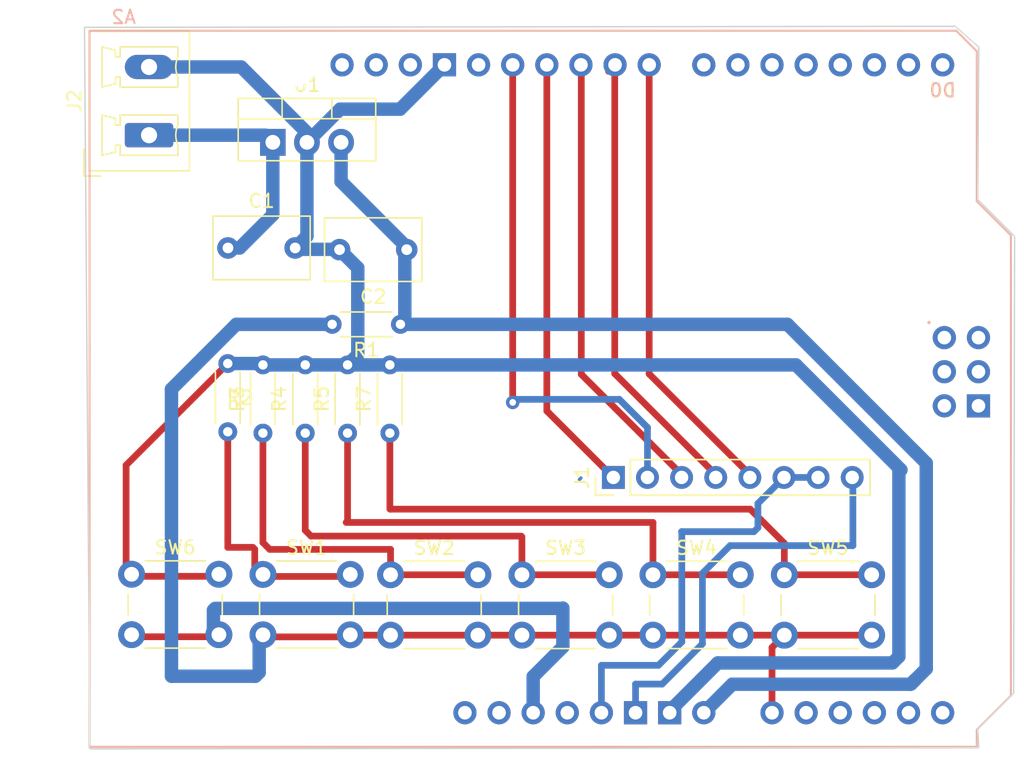
<source format=kicad_pcb>
(kicad_pcb (version 20221018) (generator pcbnew)
  (layers (0 "F.Cu" signal) (31 "B.Cu" signal) (34 "B.Paste" user) (35 "F.Paste" user) (36 "B.SilkS" user "B.Silkscreen") (37 "F.SilkS" user "F.Silkscreen") (38 "B.Mask" user) (39 "F.Mask" user) (44 "Edge.Cuts" user))
  (net 0 "")
  (net 2 "6")
  (net 18 "5")
  (net 19 "4")
  (net 20 "3")
  (net 21 "1")
  (net 22 "2")
  (net 24 "GND")
  (net 33 "5Vin")
  (net 34 "deger")
  (net 35 "reset")
  (net 36 "power")
  (net 37 "Net-(R2-Pad1)")
  (net 38 "Net-(R3-Pad1)")
  (net 39 "Net-(R4-Pad1)")
  (net 40 "Net-(R5-Pad1)")
  (net 41 "Net-(R7-Pad1)")
  (net 42 "8")
  (footprint "Resistor_THT:R_Axial_DIN0204_L3.6mm_D1.6mm_P5.08mm_Horizontal" (layer "F.Cu") (at 133.7068 96.9264 90)
    (fp_text reference "R7" (at 2.54 -1.92 90) (layer "F.SilkS"))
    (fp_text value "R")
    (fp_line (start 0.62 -0.92) (end 4.46 -0.92) (stroke (width 0.12)) (layer "F.SilkS"))
    (fp_line (start 0.62 0.92) (end 4.46 0.92) (stroke (width 0.12)) (layer "F.SilkS"))
    (pad "1" thru_hole circle (at 0 0 90) (size 1.4 1.4) (drill 0.7) (layers "*.Cu" "*.Mask") (net 41 "Net-(R7-Pad1)"))
    (pad "2" thru_hole oval (at 5.08 0 90) (size 1.4 1.4) (drill 0.7) (layers "*.Cu" "*.Mask") (net 24 "GND"))
  )
  (footprint "Button_Switch_THT:SW_PUSH_6mm" (layer "F.Cu") (at 133.7576 107.478)
    (fp_text reference "SW2" (at 3.25 -2) (layer "F.SilkS"))
    (fp_text value "Push_Button")
    (fp_line (start -0.25 1.5) (end -0.25 3) (stroke (width 0.12)) (layer "F.SilkS"))
    (fp_line (start 1 5.5) (end 5.5 5.5) (stroke (width 0.12)) (layer "F.SilkS"))
    (fp_line (start 5.5 -1) (end 1 -1) (stroke (width 0.12)) (layer "F.SilkS"))
    (fp_line (start 6.75 3) (end 6.75 1.5) (stroke (width 0.12)) (layer "F.SilkS"))
    (pad "1" thru_hole circle (at 0 0 90) (size 2 2) (drill 1.1) (layers "*.Cu" "*.Mask") (net 38 "Net-(R3-Pad1)"))
    (pad "1" thru_hole circle (at 6.5 0 90) (size 2 2) (drill 1.1) (layers "*.Cu" "*.Mask") (net 38 "Net-(R3-Pad1)"))
    (pad "2" thru_hole circle (at 0 4.5 90) (size 2 2) (drill 1.1) (layers "*.Cu" "*.Mask") (net 34 "deger"))
    (pad "2" thru_hole circle (at 6.5 4.5 90) (size 2 2) (drill 1.1) (layers "*.Cu" "*.Mask") (net 34 "deger"))
  )
  (footprint "Resistor_THT:R_Axial_DIN0204_L3.6mm_D1.6mm_P5.08mm_Horizontal" (layer "F.Cu") (at 134.493 88.8238 180)
    (fp_text reference "R1" (at 2.54 -1.92) (layer "F.SilkS"))
    (fp_text value "R")
    (fp_line (start 0.62 -0.92) (end 4.46 -0.92) (stroke (width 0.12)) (layer "F.SilkS"))
    (fp_line (start 0.62 0.92) (end 4.46 0.92) (stroke (width 0.12)) (layer "F.SilkS"))
    (pad "1" thru_hole circle (at 0 0 180) (size 1.4 1.4) (drill 0.7) (layers "*.Cu" "*.Mask") (net 33 "5Vin"))
    (pad "2" thru_hole oval (at 5.08 0 180) (size 1.4 1.4) (drill 0.7) (layers "*.Cu" "*.Mask") (net 34 "deger"))
  )
  (footprint "Package_TO_SOT_THT:TO-220-3_Vertical" (layer "F.Cu") (at 124.9934 75.2654)
    (fp_text reference "U1" (at 2.54 -4.27) (layer "F.SilkS"))
    (fp_text value "LM7805_TO220")
    (fp_line (start -2.58 -3.27) (end -2.58 1.371) (stroke (width 0.12)) (layer "F.SilkS"))
    (fp_line (start -2.58 -3.27) (end 7.66 -3.27) (stroke (width 0.12)) (layer "F.SilkS"))
    (fp_line (start -2.58 -1.76) (end 7.66 -1.76) (stroke (width 0.12)) (layer "F.SilkS"))
    (fp_line (start -2.58 1.371) (end 7.66 1.371) (stroke (width 0.12)) (layer "F.SilkS"))
    (fp_line (start 0.69 -3.27) (end 0.69 -1.76) (stroke (width 0.12)) (layer "F.SilkS"))
    (fp_line (start 4.391 -3.27) (end 4.391 -1.76) (stroke (width 0.12)) (layer "F.SilkS"))
    (fp_line (start 7.66 -3.27) (end 7.66 1.371) (stroke (width 0.12)) (layer "F.SilkS"))
    (pad "1" thru_hole rect (at 0 0) (size 1.905 2) (drill 1.1) (layers "*.Cu" "*.Mask") (net 36 "power"))
    (pad "2" thru_hole oval (at 2.54 0) (size 1.905 2) (drill 1.1) (layers "*.Cu" "*.Mask") (net 24 "GND"))
    (pad "3" thru_hole oval (at 5.08 0) (size 1.905 2) (drill 1.1) (layers "*.Cu" "*.Mask") (net 33 "5Vin"))
  )
  (footprint "Button_Switch_THT:SW_PUSH_6mm" (layer "F.Cu") (at 124.258 107.4526)
    (fp_text reference "SW1" (at 3.25 -2) (layer "F.SilkS"))
    (fp_text value "Push_Button")
    (fp_line (start -0.25 1.5) (end -0.25 3) (stroke (width 0.12)) (layer "F.SilkS"))
    (fp_line (start 1 5.5) (end 5.5 5.5) (stroke (width 0.12)) (layer "F.SilkS"))
    (fp_line (start 5.5 -1) (end 1 -1) (stroke (width 0.12)) (layer "F.SilkS"))
    (fp_line (start 6.75 3) (end 6.75 1.5) (stroke (width 0.12)) (layer "F.SilkS"))
    (pad "1" thru_hole circle (at 0 0 90) (size 2 2) (drill 1.1) (layers "*.Cu" "*.Mask") (net 37 "Net-(R2-Pad1)"))
    (pad "1" thru_hole circle (at 6.5 0 90) (size 2 2) (drill 1.1) (layers "*.Cu" "*.Mask") (net 37 "Net-(R2-Pad1)"))
    (pad "2" thru_hole circle (at 0 4.5 90) (size 2 2) (drill 1.1) (layers "*.Cu" "*.Mask") (net 34 "deger"))
    (pad "2" thru_hole circle (at 6.5 4.5 90) (size 2 2) (drill 1.1) (layers "*.Cu" "*.Mask") (net 34 "deger"))
  )
  (footprint "Connector_PinHeader_2.54mm:PinHeader_1x08_P2.54mm_Vertical" (layer "F.Cu") (at 150.3426 100.2284 90)
    (fp_text reference "J1" (at 0 -2.33 90) (layer "F.SilkS"))
    (fp_text value "Conn_01x08_Socket")
    (fp_line (start -1.33 -1.33) (end 0 -1.33) (stroke (width 0.12)) (layer "F.SilkS"))
    (fp_line (start -1.33 0) (end -1.33 -1.33) (stroke (width 0.12)) (layer "F.SilkS"))
    (fp_line (start -1.33 1.27) (end -1.33 19.11) (stroke (width 0.12)) (layer "F.SilkS"))
    (fp_line (start -1.33 1.27) (end 1.33 1.27) (stroke (width 0.12)) (layer "F.SilkS"))
    (fp_line (start -1.33 19.11) (end 1.33 19.11) (stroke (width 0.12)) (layer "F.SilkS"))
    (fp_line (start 1.33 1.27) (end 1.33 19.11) (stroke (width 0.12)) (layer "F.SilkS"))
    (pad "1" thru_hole rect (at 0 0 90) (size 1.7 1.7) (drill 1) (layers "*.Cu" "*.Mask") (net 21 "1"))
    (pad "2" thru_hole oval (at 0 2.54 90) (size 1.7 1.7) (drill 1) (layers "*.Cu" "*.Mask") (net 22 "2"))
    (pad "3" thru_hole oval (at 0 5.08 90) (size 1.7 1.7) (drill 1) (layers "*.Cu" "*.Mask") (net 20 "3"))
    (pad "4" thru_hole oval (at 0 7.62 90) (size 1.7 1.7) (drill 1) (layers "*.Cu" "*.Mask") (net 19 "4"))
    (pad "5" thru_hole oval (at 0 10.16 90) (size 1.7 1.7) (drill 1) (layers "*.Cu" "*.Mask") (net 18 "5"))
    (pad "6" thru_hole oval (at 0 12.7 90) (size 1.7 1.7) (drill 1) (layers "*.Cu" "*.Mask") (net 2 "6"))
    (pad "7" thru_hole oval (at 0 15.24 90) (size 1.7 1.7) (drill 1) (layers "*.Cu" "*.Mask") (net 2 "6"))
    (pad "8" thru_hole oval (at 0 17.78 90) (size 1.7 1.7) (drill 1) (layers "*.Cu" "*.Mask") (net 42 "8"))
  )
  (footprint "Capacitor_THT:C_Rect_L7.0mm_W4.5mm_P5.00mm" (layer "F.Cu") (at 121.6552 83.1342)
    (fp_text reference "C1" (at 2.5 -3.5) (layer "F.SilkS"))
    (fp_text value "100nf")
    (fp_line (start -1.12 -2.37) (end -1.12 2.37) (stroke (width 0.12)) (layer "F.SilkS"))
    (fp_line (start -1.12 -2.37) (end 6.12 -2.37) (stroke (width 0.12)) (layer "F.SilkS"))
    (fp_line (start -1.12 2.37) (end 6.12 2.37) (stroke (width 0.12)) (layer "F.SilkS"))
    (fp_line (start 6.12 -2.37) (end 6.12 2.37) (stroke (width 0.12)) (layer "F.SilkS"))
    (pad "1" thru_hole circle (at 0 0) (size 1.6 1.6) (drill 0.8) (layers "*.Cu" "*.Mask") (net 36 "power"))
    (pad "2" thru_hole circle (at 5 0) (size 1.6 1.6) (drill 0.8) (layers "*.Cu" "*.Mask") (net 24 "GND"))
  )
  (footprint "PCM_arduino-library:Arduino_Uno_R3_Shield" (layer "F.Cu") (at 111.3536 120.2944)
    (fp_text reference "A2" (at 2.54 -54.356) (layer "B.SilkS") (effects (justify mirror)))
    (fp_text value "Arduino_Uno_R3_Shield")
    (fp_text user "." (at 62.484 -32.004) (layer "B.SilkS"))
    (fp_text user "D0" (at 63.5 -48.895 unlocked) (layer "B.SilkS") (effects (justify mirror)))
    (fp_text user "D0" (at 63.5 -48.895 unlocked) (layer "F.SilkS"))
    (fp_text user "." (at 62.484 -32.004) (layer "F.SilkS"))
    (fp_line (start 0 -53.34) (end 0 0) (stroke (width 0.15)) (layer "B.SilkS"))
    (fp_line (start 0 -53.34) (end 64.516 -53.34) (stroke (width 0.15)) (layer "B.SilkS"))
    (fp_line (start 0 0) (end 66.04 0) (stroke (width 0.15)) (layer "B.SilkS"))
    (fp_line (start 64.516 -53.34) (end 66.04 -51.816) (stroke (width 0.15)) (layer "B.SilkS"))
    (fp_line (start 66.04 -40.64) (end 66.04 -51.816) (stroke (width 0.15)) (layer "B.SilkS"))
    (fp_line (start 66.04 -1.27) (end 68.58 -3.81) (stroke (width 0.15)) (layer "B.SilkS"))
    (fp_line (start 66.04 0) (end 66.04 -1.27) (stroke (width 0.15)) (layer "B.SilkS"))
    (fp_line (start 68.58 -38.1) (end 66.04 -40.64) (stroke (width 0.15)) (layer "B.SilkS"))
    (fp_line (start 68.58 -3.81) (end 68.58 -38.1) (stroke (width 0.15)) (layer "B.SilkS"))
    (pad "" np_thru_hole circle (at 13.97 -2.54) (size 3.2 3.2) (drill 3.2) (layers "*.Cu" "*.Mask"))
    (pad "" np_thru_hole circle (at 15.24 -50.8) (size 3.2 3.2) (drill 3.2) (layers "*.Cu" "*.Mask"))
    (pad "" thru_hole oval (at 27.94 -2.54) (size 1.7272 1.7272) (drill 1.016) (layers "*.Cu" "*.Mask"))
    (pad "" np_thru_hole circle (at 66.04 -35.56) (size 3.2 3.2) (drill 3.2) (layers "*.Cu" "*.Mask"))
    (pad "" np_thru_hole circle (at 66.04 -7.62) (size 3.2 3.2) (drill 3.2) (layers "*.Cu" "*.Mask"))
    (pad "3V3" thru_hole oval (at 35.56 -2.54) (size 1.7272 1.7272) (drill 1.016) (layers "*.Cu" "*.Mask"))
    (pad "5V1" thru_hole oval (at 38.1 -2.54) (size 1.7272 1.7272) (drill 1.016) (layers "*.Cu" "*.Mask") (net 2 "6"))
    (pad "5V2" thru_hole oval (at 66.167 -30.48) (size 1.7272 1.7272) (drill 1.016) (layers "*.Cu" "*.Mask"))
    (pad "A0" thru_hole oval (at 50.8 -2.54) (size 1.7272 1.7272) (drill 1.016) (layers "*.Cu" "*.Mask") (net 34 "deger"))
    (pad "A1" thru_hole oval (at 53.34 -2.54) (size 1.7272 1.7272) (drill 1.016) (layers "*.Cu" "*.Mask"))
    (pad "A2" thru_hole oval (at 55.88 -2.54) (size 1.7272 1.7272) (drill 1.016) (layers "*.Cu" "*.Mask"))
    (pad "A3" thru_hole oval (at 58.42 -2.54) (size 1.7272 1.7272) (drill 1.016) (layers "*.Cu" "*.Mask"))
    (pad "A4" thru_hole oval (at 60.96 -2.54) (size 1.7272 1.7272) (drill 1.016) (layers "*.Cu" "*.Mask"))
    (pad "A5" thru_hole oval (at 63.5 -2.54) (size 1.7272 1.7272) (drill 1.016) (layers "*.Cu" "*.Mask"))
    (pad "AREF" thru_hole oval (at 23.876 -50.8) (size 1.7272 1.7272) (drill 1.016) (layers "*.Cu" "*.Mask"))
    (pad "D0" thru_hole oval (at 63.5 -50.8) (size 1.7272 1.7272) (drill 1.016) (layers "*.Cu" "*.Mask"))
    (pad "D1" thru_hole oval (at 60.96 -50.8) (size 1.7272 1.7272) (drill 1.016) (layers "*.Cu" "*.Mask"))
    (pad "D2" thru_hole oval (at 58.42 -50.8) (size 1.7272 1.7272) (drill 1.016) (layers "*.Cu" "*.Mask"))
    (pad "D3" thru_hole oval (at 55.88 -50.8) (size 1.7272 1.7272) (drill 1.016) (layers "*.Cu" "*.Mask"))
    (pad "D4" thru_hole oval (at 53.34 -50.8) (size 1.7272 1.7272) (drill 1.016) (layers "*.Cu" "*.Mask"))
    (pad "D5" thru_hole oval (at 50.8 -50.8) (size 1.7272 1.7272) (drill 1.016) (layers "*.Cu" "*.Mask"))
    (pad "D6" thru_hole oval (at 48.26 -50.8) (size 1.7272 1.7272) (drill 1.016) (layers "*.Cu" "*.Mask"))
    (pad "D7" thru_hole oval (at 45.72 -50.8) (size 1.7272 1.7272) (drill 1.016) (layers "*.Cu" "*.Mask"))
    (pad "D8" thru_hole oval (at 41.656 -50.8) (size 1.7272 1.7272) (drill 1.016) (layers "*.Cu" "*.Mask") (net 18 "5"))
    (pad "D9" thru_hole oval (at 39.116 -50.8) (size 1.7272 1.7272) (drill 1.016) (layers "*.Cu" "*.Mask") (net 19 "4"))
    (pad "D10" thru_hole oval (at 36.576 -50.8) (size 1.7272 1.7272) (drill 1.016) (layers "*.Cu" "*.Mask") (net 20 "3"))
    (pad "D11" thru_hole oval (at 34.036 -50.8) (size 1.7272 1.7272) (drill 1.016) (layers "*.Cu" "*.Mask") (net 21 "1"))
    (pad "D12" thru_hole oval (at 31.496 -50.8) (size 1.7272 1.7272) (drill 1.016) (layers "*.Cu" "*.Mask") (net 22 "2"))
    (pad "D13" thru_hole oval (at 28.956 -50.8) (size 1.7272 1.7272) (drill 1.016) (layers "*.Cu" "*.Mask"))
    (pad "GND1" thru_hole rect (at 26.416 -50.8) (size 1.7272 1.7272) (drill 1.016) (layers "*.Cu" "*.Mask") (net 24 "GND"))
    (pad "GND2" thru_hole rect (at 40.64 -2.54) (size 1.7272 1.7272) (drill 1.016) (layers "*.Cu" "*.Mask") (net 42 "8"))
    (pad "GND3" thru_hole rect (at 43.18 -2.54) (size 1.7272 1.7272) (drill 1.016) (layers "*.Cu" "*.Mask") (net 24 "GND"))
    (pad "GND4" thru_hole rect (at 66.167 -25.4) (size 1.7272 1.7272) (drill 1.016) (layers "*.Cu" "*.Mask"))
    (pad "IORF" thru_hole oval (at 30.48 -2.54) (size 1.7272 1.7272) (drill 1.016) (layers "*.Cu" "*.Mask"))
    (pad "MISO" thru_hole oval (at 63.627 -30.48) (size 1.7272 1.7272) (drill 1.016) (layers "*.Cu" "*.Mask"))
    (pad "MOSI" thru_hole oval (at 66.167 -27.94) (size 1.7272 1.7272) (drill 1.016) (layers "*.Cu" "*.Mask"))
    (pad "RST1" thru_hole oval (at 33.02 -2.54) (size 1.7272 1.7272) (drill 1.016) (layers "*.Cu" "*.Mask") (net 35 "reset"))
    (pad "RST2" thru_hole oval (at 63.627 -25.4) (size 1.7272 1.7272) (drill 1.016) (layers "*.Cu" "*.Mask"))
    (pad "SCK" thru_hole oval (at 63.627 -27.94) (size 1.7272 1.7272) (drill 1.016) (layers "*.Cu" "*.Mask"))
    (pad "SCL" thru_hole oval (at 18.796 -50.8) (size 1.7272 1.7272) (drill 1.016) (layers "*.Cu" "*.Mask"))
    (pad "SDA" thru_hole oval (at 21.336 -50.8) (size 1.7272 1.7272) (drill 1.016) (layers "*.Cu" "*.Mask"))
    (pad "VIN" thru_hole oval (at 45.72 -2.54) (size 1.7272 1.7272) (drill 1.016) (layers "*.Cu" "*.Mask") (net 33 "5Vin"))
  )
  (footprint "Resistor_THT:R_Axial_DIN0204_L3.6mm_D1.6mm_P5.08mm_Horizontal" (layer "F.Cu") (at 127.4068 96.9264 90)
    (fp_text reference "R4" (at 2.54 -1.92 90) (layer "F.SilkS"))
    (fp_text value "R")
    (fp_line (start 0.62 -0.92) (end 4.46 -0.92) (stroke (width 0.12)) (layer "F.SilkS"))
    (fp_line (start 0.62 0.92) (end 4.46 0.92) (stroke (width 0.12)) (layer "F.SilkS"))
    (pad "1" thru_hole circle (at 0 0 90) (size 1.4 1.4) (drill 0.7) (layers "*.Cu" "*.Mask") (net 39 "Net-(R4-Pad1)"))
    (pad "2" thru_hole oval (at 5.08 0 90) (size 1.4 1.4) (drill 0.7) (layers "*.Cu" "*.Mask") (net 24 "GND"))
  )
  (footprint "Button_Switch_THT:SW_PUSH_6mm" (layer "F.Cu") (at 143.5366 107.478)
    (fp_text reference "SW3" (at 3.25 -2) (layer "F.SilkS"))
    (fp_text value "Push_Button")
    (fp_line (start -0.25 1.5) (end -0.25 3) (stroke (width 0.12)) (layer "F.SilkS"))
    (fp_line (start 1 5.5) (end 5.5 5.5) (stroke (width 0.12)) (layer "F.SilkS"))
    (fp_line (start 5.5 -1) (end 1 -1) (stroke (width 0.12)) (layer "F.SilkS"))
    (fp_line (start 6.75 3) (end 6.75 1.5) (stroke (width 0.12)) (layer "F.SilkS"))
    (pad "1" thru_hole circle (at 0 0 90) (size 2 2) (drill 1.1) (layers "*.Cu" "*.Mask") (net 39 "Net-(R4-Pad1)"))
    (pad "1" thru_hole circle (at 6.5 0 90) (size 2 2) (drill 1.1) (layers "*.Cu" "*.Mask") (net 39 "Net-(R4-Pad1)"))
    (pad "2" thru_hole circle (at 0 4.5 90) (size 2 2) (drill 1.1) (layers "*.Cu" "*.Mask") (net 34 "deger"))
    (pad "2" thru_hole circle (at 6.5 4.5 90) (size 2 2) (drill 1.1) (layers "*.Cu" "*.Mask") (net 34 "deger"))
  )
  (footprint "Button_Switch_THT:SW_PUSH_6mm" (layer "F.Cu") (at 163.0692 107.478)
    (fp_text reference "SW5" (at 3.25 -2) (layer "F.SilkS"))
    (fp_text value "Push_Button")
    (fp_line (start -0.25 1.5) (end -0.25 3) (stroke (width 0.12)) (layer "F.SilkS"))
    (fp_line (start 1 5.5) (end 5.5 5.5) (stroke (width 0.12)) (layer "F.SilkS"))
    (fp_line (start 5.5 -1) (end 1 -1) (stroke (width 0.12)) (layer "F.SilkS"))
    (fp_line (start 6.75 3) (end 6.75 1.5) (stroke (width 0.12)) (layer "F.SilkS"))
    (pad "1" thru_hole circle (at 0 0 90) (size 2 2) (drill 1.1) (layers "*.Cu" "*.Mask") (net 41 "Net-(R7-Pad1)"))
    (pad "1" thru_hole circle (at 6.5 0 90) (size 2 2) (drill 1.1) (layers "*.Cu" "*.Mask") (net 41 "Net-(R7-Pad1)"))
    (pad "2" thru_hole circle (at 0 4.5 90) (size 2 2) (drill 1.1) (layers "*.Cu" "*.Mask") (net 34 "deger"))
    (pad "2" thru_hole circle (at 6.5 4.5 90) (size 2 2) (drill 1.1) (layers "*.Cu" "*.Mask") (net 34 "deger"))
  )
  (footprint "Button_Switch_THT:SW_PUSH_6mm" (layer "F.Cu") (at 153.2902 107.478)
    (fp_text reference "SW4" (at 3.25 -2) (layer "F.SilkS"))
    (fp_text value "Push_Button")
    (fp_line (start -0.25 1.5) (end -0.25 3) (stroke (width 0.12)) (layer "F.SilkS"))
    (fp_line (start 1 5.5) (end 5.5 5.5) (stroke (width 0.12)) (layer "F.SilkS"))
    (fp_line (start 5.5 -1) (end 1 -1) (stroke (width 0.12)) (layer "F.SilkS"))
    (fp_line (start 6.75 3) (end 6.75 1.5) (stroke (width 0.12)) (layer "F.SilkS"))
    (pad "1" thru_hole circle (at 0 0 90) (size 2 2) (drill 1.1) (layers "*.Cu" "*.Mask") (net 40 "Net-(R5-Pad1)"))
    (pad "1" thru_hole circle (at 6.5 0 90) (size 2 2) (drill 1.1) (layers "*.Cu" "*.Mask") (net 40 "Net-(R5-Pad1)"))
    (pad "2" thru_hole circle (at 0 4.5 90) (size 2 2) (drill 1.1) (layers "*.Cu" "*.Mask") (net 34 "deger"))
    (pad "2" thru_hole circle (at 6.5 4.5 90) (size 2 2) (drill 1.1) (layers "*.Cu" "*.Mask") (net 34 "deger"))
  )
  (footprint "Connector_Phoenix_MC_HighVoltage:PhoenixContact_MCV_1,5_2-G-5.08_1x02_P5.08mm_Vertical" (layer "F.Cu") (at 115.7791 74.7347 90)
    (fp_text reference "J2" (at 2.54 -5.55 90) (layer "F.SilkS"))
    (fp_text value "Conn_01x02_Socket")
    (fp_line (start -3.04 -4.85) (end -1.04 -4.85) (stroke (width 0.12)) (layer "F.SilkS"))
    (fp_line (start -3.04 -3.6) (end -3.04 -4.85) (stroke (width 0.12)) (layer "F.SilkS"))
    (fp_line (start -2.65 -4.46) (end -2.65 3.01) (stroke (width 0.12)) (layer "F.SilkS"))
    (fp_line (start -2.65 3.01) (end 7.73 3.01) (stroke (width 0.12)) (layer "F.SilkS"))
    (fp_line (start -1.5 -3.5) (end 1.5 -3.5) (stroke (width 0.12)) (layer "F.SilkS"))
    (fp_line (start -1.5 -2.15) (end -0.75 -2.15) (stroke (width 0.12)) (layer "F.SilkS"))
    (fp_line (start -1.5 2.15) (end -1.5 -2.15) (stroke (width 0.12)) (layer "F.SilkS"))
    (fp_line (start -1.25 -2.5) (end -1.5 -3.5) (stroke (width 0.12)) (layer "F.SilkS"))
    (fp_line (start -0.75 -2.5) (end -1.25 -2.5) (stroke (width 0.12)) (layer "F.SilkS"))
    (fp_line (start -0.75 -2.15) (end -0.75 -2.5) (stroke (width 0.12)) (layer "F.SilkS"))
    (fp_line (start -0.75 2.15) (end -1.5 2.15) (stroke (width 0.12)) (layer "F.SilkS"))
    (fp_line (start 0.75 -2.5) (end 0.75 -2.15) (stroke (width 0.12)) (layer "F.SilkS"))
    (fp_line (start 0.75 -2.15) (end 1.5 -2.15) (stroke (width 0.12)) (layer "F.SilkS"))
    (fp_line (start 1.25 -2.5) (end 0.75 -2.5) (stroke (width 0.12)) (layer "F.SilkS"))
    (fp_line (start 1.5 -3.5) (end 1.25 -2.5) (stroke (width 0.12)) (layer "F.SilkS"))
    (fp_line (start 1.5 -2.15) (end 1.5 2.15) (stroke (width 0.12)) (layer "F.SilkS"))
    (fp_line (start 1.5 2.15) (end 0.75 2.15) (stroke (width 0.12)) (layer "F.SilkS"))
    (fp_line (start 3.58 -3.5) (end 6.58 -3.5) (stroke (width 0.12)) (layer "F.SilkS"))
    (fp_line (start 3.58 -2.15) (end 4.33 -2.15) (stroke (width 0.12)) (layer "F.SilkS"))
    (fp_line (start 3.58 2.15) (end 3.58 -2.15) (stroke (width 0.12)) (layer "F.SilkS"))
    (fp_line (start 3.83 -2.5) (end 3.58 -3.5) (stroke (width 0.12)) (layer "F.SilkS"))
    (fp_line (start 4.33 -2.5) (end 3.83 -2.5) (stroke (width 0.12)) (layer "F.SilkS"))
    (fp_line (start 4.33 -2.15) (end 4.33 -2.5) (stroke (width 0.12)) (layer "F.SilkS"))
    (fp_line (start 4.33 2.15) (end 3.58 2.15) (stroke (width 0.12)) (layer "F.SilkS"))
    (fp_line (start 5.83 -2.5) (end 5.83 -2.15) (stroke (width 0.12)) (layer "F.SilkS"))
    (fp_line (start 5.83 -2.15) (end 6.58 -2.15) (stroke (width 0.12)) (layer "F.SilkS"))
    (fp_line (start 6.33 -2.5) (end 5.83 -2.5) (stroke (width 0.12)) (layer "F.SilkS"))
    (fp_line (start 6.58 -3.5) (end 6.33 -2.5) (stroke (width 0.12)) (layer "F.SilkS"))
    (fp_line (start 6.58 -2.15) (end 6.58 2.15) (stroke (width 0.12)) (layer "F.SilkS"))
    (fp_line (start 6.58 2.15) (end 5.83 2.15) (stroke (width 0.12)) (layer "F.SilkS"))
    (fp_line (start 7.73 -4.46) (end -2.65 -4.46) (stroke (width 0.12)) (layer "F.SilkS"))
    (fp_line (start 7.73 3.01) (end 7.73 -4.46) (stroke (width 0.12)) (layer "F.SilkS"))
    (fp_arc (start -0.75 2.15) (mid -0.000193 1.99191) (end 0.749647 2.149844) (stroke (width 0.12)) (layer "F.SilkS"))
    (fp_arc (start 4.33 2.15) (mid 5.079807 1.99191) (end 5.829647 2.149844) (stroke (width 0.12)) (layer "F.SilkS"))
    (pad "1" thru_hole roundrect (at 0 0 90) (size 1.8 3.6) (drill 1.2) (layers "*.Cu" "*.Mask") (roundrect_rratio 0.138889) (net 36 "power"))
    (pad "2" thru_hole oval (at 5.08 0 90) (size 1.8 3.6) (drill 1.2) (layers "*.Cu" "*.Mask") (net 24 "GND"))
  )
  (footprint "Resistor_THT:R_Axial_DIN0204_L3.6mm_D1.6mm_P5.08mm_Horizontal" (layer "F.Cu") (at 130.5568 96.9264 90)
    (fp_text reference "R5" (at 2.54 -1.92 90) (layer "F.SilkS"))
    (fp_text value "R")
    (fp_line (start 0.62 -0.92) (end 4.46 -0.92) (stroke (width 0.12)) (layer "F.SilkS"))
    (fp_line (start 0.62 0.92) (end 4.46 0.92) (stroke (width 0.12)) (layer "F.SilkS"))
    (pad "1" thru_hole circle (at 0 0 90) (size 1.4 1.4) (drill 0.7) (layers "*.Cu" "*.Mask") (net 40 "Net-(R5-Pad1)"))
    (pad "2" thru_hole oval (at 5.08 0 90) (size 1.4 1.4) (drill 0.7) (layers "*.Cu" "*.Mask") (net 24 "GND"))
  )
  (footprint "Capacitor_THT:C_Rect_L7.0mm_W4.5mm_P5.00mm" (layer "F.Cu") (at 134.961 83.2612 180)
    (fp_text reference "C2" (at 2.5 -3.5) (layer "F.SilkS"))
    (fp_text value "100nf")
    (fp_line (start -1.12 -2.37) (end -1.12 2.37) (stroke (width 0.12)) (layer "F.SilkS"))
    (fp_line (start -1.12 -2.37) (end 6.12 -2.37) (stroke (width 0.12)) (layer "F.SilkS"))
    (fp_line (start -1.12 2.37) (end 6.12 2.37) (stroke (width 0.12)) (layer "F.SilkS"))
    (fp_line (start 6.12 -2.37) (end 6.12 2.37) (stroke (width 0.12)) (layer "F.SilkS"))
    (pad "1" thru_hole circle (at 0 0 180) (size 1.6 1.6) (drill 0.8) (layers "*.Cu" "*.Mask") (net 33 "5Vin"))
    (pad "2" thru_hole circle (at 5 0 180) (size 1.6 1.6) (drill 0.8) (layers "*.Cu" "*.Mask") (net 24 "GND"))
  )
  (footprint "Button_Switch_THT:SW_PUSH_6mm" (layer "F.Cu") (at 114.479 107.442)
    (fp_text reference "SW6" (at 3.25 -2) (layer "F.SilkS"))
    (fp_text value "Push_Button")
    (fp_line (start -0.25 1.5) (end -0.25 3) (stroke (width 0.12)) (layer "F.SilkS"))
    (fp_line (start 1 5.5) (end 5.5 5.5) (stroke (width 0.12)) (layer "F.SilkS"))
    (fp_line (start 5.5 -1) (end 1 -1) (stroke (width 0.12)) (layer "F.SilkS"))
    (fp_line (start 6.75 3) (end 6.75 1.5) (stroke (width 0.12)) (layer "F.SilkS"))
    (pad "1" thru_hole circle (at 0 0 90) (size 2 2) (drill 1.1) (layers "*.Cu" "*.Mask") (net 24 "GND"))
    (pad "1" thru_hole circle (at 6.5 0 90) (size 2 2) (drill 1.1) (layers "*.Cu" "*.Mask") (net 24 "GND"))
    (pad "2" thru_hole circle (at 0 4.5 90) (size 2 2) (drill 1.1) (layers "*.Cu" "*.Mask") (net 35 "reset"))
    (pad "2" thru_hole circle (at 6.5 4.5 90) (size 2 2) (drill 1.1) (layers "*.Cu" "*.Mask") (net 35 "reset"))
  )
  (footprint "Resistor_THT:R_Axial_DIN0204_L3.6mm_D1.6mm_P5.08mm_Horizontal" (layer "F.Cu") (at 124.2568 96.9264 90)
    (fp_text reference "R3" (at 2.54 -1.92 90) (layer "F.SilkS"))
    (fp_text value "R")
    (fp_line (start 0.62 -0.92) (end 4.46 -0.92) (stroke (width 0.12)) (layer "F.SilkS"))
    (fp_line (start 0.62 0.92) (end 4.46 0.92) (stroke (width 0.12)) (layer "F.SilkS"))
    (pad "1" thru_hole circle (at 0 0 90) (size 1.4 1.4) (drill 0.7) (layers "*.Cu" "*.Mask") (net 38 "Net-(R3-Pad1)"))
    (pad "2" thru_hole oval (at 5.08 0 90) (size 1.4 1.4) (drill 0.7) (layers "*.Cu" "*.Mask") (net 24 "GND"))
  )
  (footprint "Resistor_THT:R_Axial_DIN0204_L3.6mm_D1.6mm_P5.08mm_Horizontal" (layer "F.Cu") (at 121.6406 96.8248 90)
    (fp_text reference "R2" (at 2.54 0.92) (layer "F.SilkS"))
    (fp_text value "R")
    (fp_line (start 0.62 -0.92) (end 4.46 -0.92) (stroke (width 0.12)) (layer "F.SilkS"))
    (fp_line (start 0.62 0.92) (end 4.46 0.92) (stroke (width 0.12)) (layer "F.SilkS"))
    (pad "1" thru_hole circle (at 0 0 90) (size 1.4 1.4) (drill 0.7) (layers "*.Cu" "*.Mask") (net 37 "Net-(R2-Pad1)"))
    (pad "2" thru_hole oval (at 5.08 0 90) (size 1.4 1.4) (drill 0.7) (layers "*.Cu" "*.Mask") (net 24 "GND"))
  )
  (gr_line (start 177.546 68.1736) (end 177.4698 79.5274) (stroke (width 0.1)) (layer "Edge.Cuts"))
  (gr_line (start 180.213 82.2706) (end 180.1368 116.3066) (stroke (width 0.1)) (layer "Edge.Cuts"))
  (gr_line (start 110.9726 66.7004) (end 175.7934 66.6242) (stroke (width 0.1)) (layer "Edge.Cuts"))
  (gr_line (start 175.7934 66.6242) (end 177.546 68.1736) (stroke (width 0.1)) (layer "Edge.Cuts"))
  (gr_line (start 177.546 120.3706) (end 111.379 120.4468) (stroke (width 0.1)) (layer "Edge.Cuts"))
  (gr_line (start 177.4698 79.5274) (end 180.213 82.2706) (stroke (width 0.1)) (layer "Edge.Cuts"))
  (gr_line (start 111.379 120.4468) (end 110.9726 66.7004) (stroke (width 0.1)) (layer "Edge.Cuts"))
  (gr_line (start 180.1368 116.3066) (end 177.4698 118.9736) (stroke (width 0.1)) (layer "Edge.Cuts"))
  (gr_line (start 177.4698 118.9736) (end 177.546 120.3706) (stroke (width 0.1)) (layer "Edge.Cuts"))
  (segment (start 161.1018 103.9518) (end 161.1122 103.9622) (width 0.25) (layer "B.Cu") (net 2))
  (segment (start 161.1122 103.9622) (end 160.8074 104.267) (width 0.5) (layer "B.Cu") (net 2))
  (segment (start 153.6954 114.2238) (end 149.4536 114.2238) (width 0.5) (layer "B.Cu") (net 2))
  (segment (start 163.0426 100.2284) (end 161.1018 102.1692) (width 0.5) (layer "B.Cu") (net 2))
  (segment (start 155.4376 104.282) (end 155.4376 112.4816) (width 0.5) (layer "B.Cu") (net 2))
  (segment (start 165.5826 100.2284) (end 163.0426 100.2284) (width 0.5) (layer "B.Cu") (net 2))
  (segment (start 149.4536 114.2238) (end 149.4536 117.7544) (width 0.5) (layer "B.Cu") (net 2))
  (segment (start 161.1018 102.1692) (end 161.1018 103.9518) (width 0.5) (layer "B.Cu") (net 2))
  (segment (start 155.4376 112.4816) (end 153.6954 114.2238) (width 0.5) (layer "B.Cu") (net 2))
  (segment (start 155.4226 104.267) (end 155.4376 104.282) (width 0.5) (layer "B.Cu") (net 2))
  (segment (start 160.8074 104.267) (end 155.4226 104.267) (width 0.5) (layer "B.Cu") (net 2))
  (segment (start 160.6146 100.1268) (end 153.0096 92.5218) (width 0.5) (layer "F.Cu") (net 18))
  (segment (start 153.0096 92.5218) (end 153.0096 69.4944) (width 0.5) (layer "F.Cu") (net 18))
  (segment (start 152.9588 69.5452) (end 153.0096 69.4944) (width 0.5) (layer "F.Cu") (net 18))
  (segment (start 150.4442 69.5198) (end 150.4696 69.4944) (width 0.5) (layer "F.Cu") (net 19))
  (segment (start 149.987 69.977) (end 150.4696 69.4944) (width 0.5) (layer "F.Cu") (net 19))
  (segment (start 150.4442 92.4964) (end 150.4442 69.5198) (width 0.5) (layer "F.Cu") (net 19))
  (segment (start 158.0746 100.1268) (end 150.4442 92.4964) (width 0.5) (layer "F.Cu") (net 19))
  (segment (start 147.7264 69.6976) (end 147.9296 69.4944) (width 0.5) (layer "F.Cu") (net 20))
  (segment (start 147.955 92.5472) (end 147.955 69.5198) (width 0.5) (layer "F.Cu") (net 20))
  (segment (start 155.5346 100.1268) (end 147.955 92.5472) (width 0.5) (layer "F.Cu") (net 20))
  (segment (start 147.955 69.5198) (end 147.9296 69.4944) (width 0.5) (layer "F.Cu") (net 20))
  (segment (start 150.3426 100.2284) (end 145.5268 95.4126) (width 0.5) (layer "F.Cu") (net 21))
  (segment (start 145.5268 95.4126) (end 145.3896 95.2754) (width 0.5) (layer "F.Cu") (net 21))
  (segment (start 145.3896 95.2754) (end 145.3896 69.4944) (width 0.5) (layer "F.Cu") (net 21))
  (segment (start 145.2626 69.6214) (end 145.3896 69.4944) (width 0.5) (layer "F.Cu") (net 21))
  (segment (start 147.9296 100.2688) (end 147.8176 100.3808) (width 0.25) (layer "B.Cu") (net 21))
  (segment (start 150.4696 100.2688) (end 150.3576 100.3808) (width 0.25) (layer "B.Cu") (net 21))
  (segment (start 142.8496 94.6404) (end 143.0274 94.4626) (width 0.5) (layer "F.Cu") (net 22))
  (segment (start 142.8242 69.5198) (end 142.8496 69.4944) (width 0.5) (layer "F.Cu") (net 22))
  (segment (start 142.8496 94.6404) (end 142.8496 69.4944) (width 0.5) (layer "F.Cu") (net 22))
  (via (at 142.8496 94.6404) (size 1) (drill 0.5) (layers "F.Cu" "B.Cu") (net 22))
  (segment (start 143.0782 94.4118) (end 142.8496 94.6404) (width 0.5) (layer "B.Cu") (net 22))
  (segment (start 153.0096 100.2688) (end 152.8976 100.3808) (width 0.25) (layer "B.Cu") (net 22))
  (segment (start 152.8826 96.5096) (end 150.7848 94.4118) (width 0.5) (layer "B.Cu") (net 22))
  (segment (start 152.8826 100.2284) (end 152.8826 96.5096) (width 0.5) (layer "B.Cu") (net 22))
  (segment (start 150.7848 94.4118) (end 143.0782 94.4118) (width 0.5) (layer "B.Cu") (net 22))
  (segment (start 114.0714 99.314) (end 121.6406 91.7448) (width 0.5) (layer "F.Cu") (net 24))
  (segment (start 120.5714 107.5944) (end 114.0714 107.5944) (width 0.5) (layer "F.Cu") (net 24))
  (segment (start 114.0714 107.5944) (end 114.0714 99.314) (width 0.5) (layer "F.Cu") (net 24))
  (segment (start 127.5334 74.549) (end 127.5334 75.2654) (width 0.25) (layer "B.Cu") (net 24))
  (segment (start 127.5334 82.256) (end 127.5334 75.2654) (width 1) (layer "B.Cu") (net 24))
  (segment (start 158.115 114.046) (end 171.1198 114.046) (width 1) (layer "B.Cu") (net 24))
  (segment (start 171.1198 114.046) (end 171.5962 113.5696) (width 1) (layer "B.Cu") (net 24))
  (segment (start 129.2098 82.9818) (end 129.6816 82.9818) (width 0.25) (layer "B.Cu") (net 24))
  (segment (start 129.961 83.2612) (end 129.9356 83.2358) (width 1) (layer "B.Cu") (net 24))
  (segment (start 129.9356 83.2358) (end 126.7568 83.2358) (width 1) (layer "B.Cu") (net 24))
  (segment (start 124.2568 91.8464) (end 127.4068 91.8464) (width 1) (layer "B.Cu") (net 24))
  (segment (start 129.961 83.2612) (end 131.318 84.6182) (width 1) (layer "B.Cu") (net 24))
  (segment (start 154.5336 117.6274) (end 158.115 114.046) (width 1) (layer "B.Cu") (net 24))
  (segment (start 171.5962 113.5696) (end 171.5962 99.6188) (width 1) (layer "B.Cu") (net 24))
  (segment (start 124.1552 91.7448) (end 124.2568 91.8464) (width 0.25) (layer "B.Cu") (net 24))
  (segment (start 129.6816 82.9818) (end 129.961 83.2612) (width 0.25) (layer "B.Cu") (net 24))
  (segment (start 122.6391 69.6547) (end 127.5334 74.549) (width 1) (layer "B.Cu") (net 24))
  (segment (start 127.5334 75.2654) (end 130.0024 72.7964) (width 1) (layer "B.Cu") (net 24))
  (segment (start 130.0024 72.7964) (end 134.4676 72.7964) (width 1) (layer "B.Cu") (net 24))
  (segment (start 171.7548 99.6696) (end 163.9316 91.8464) (width 1) (layer "B.Cu") (net 24))
  (segment (start 121.6406 91.7448) (end 124.1552 91.7448) (width 1) (layer "B.Cu") (net 24))
  (segment (start 154.5336 117.7544) (end 154.5336 117.6274) (width 0.25) (layer "B.Cu") (net 24))
  (segment (start 126.6552 83.1342) (end 127.5334 82.256) (width 1) (layer "B.Cu") (net 24))
  (segment (start 130.5568 91.8464) (end 133.7068 91.8464) (width 1) (layer "B.Cu") (net 24))
  (segment (start 115.7791 69.6547) (end 122.6391 69.6547) (width 1) (layer "B.Cu") (net 24))
  (segment (start 134.4676 72.7964) (end 137.7696 69.4944) (width 1) (layer "B.Cu") (net 24))
  (segment (start 131.318 91.0852) (end 130.5568 91.8464) (width 1) (layer "B.Cu") (net 24))
  (segment (start 127.4068 91.8464) (end 130.5568 91.8464) (width 1) (layer "B.Cu") (net 24))
  (segment (start 131.318 84.6182) (end 131.318 91.0852) (width 1) (layer "B.Cu") (net 24))
  (segment (start 126.7568 83.2358) (end 126.6552 83.1342) (width 1) (layer "B.Cu") (net 24))
  (segment (start 163.9316 91.8464) (end 133.7068 91.8464) (width 1) (layer "B.Cu") (net 24))
  (segment (start 130.0734 78.1864) (end 134.961 83.074) (width 1) (layer "B.Cu") (net 33))
  (segment (start 134.961 83.074) (end 134.961 83.2612) (width 1) (layer "B.Cu") (net 33))
  (segment (start 163.2966 88.8238) (end 134.493 88.8238) (width 1) (layer "B.Cu") (net 33))
  (segment (start 159.197 115.631) (end 157.0736 117.7544) (width 1) (layer "B.Cu") (net 33))
  (segment (start 130.0734 75.2654) (end 130.0734 78.1864) (width 1) (layer "B.Cu") (net 33))
  (segment (start 172.5422 115.57) (end 172.7962 115.316) (width 1) (layer "B.Cu") (net 33))
  (segment (start 172.7962 98.3234) (end 163.2966 88.8238) (width 1) (layer "B.Cu") (net 33))
  (segment (start 134.818 83.4042) (end 134.818 88.4988) (width 1) (layer "B.Cu") (net 33))
  (segment (start 173.6344 114.4778) (end 173.6344 99.1616) (width 1) (layer "B.Cu") (net 33))
  (segment (start 134.961 83.2612) (end 134.818 83.4042) (width 1) (layer "B.Cu") (net 33))
  (segment (start 134.818 88.4988) (end 134.493 88.8238) (width 0.25) (layer "B.Cu") (net 33))
  (segment (start 172.7962 115.316) (end 172.4812 115.631) (width 1) (layer "B.Cu") (net 33))
  (segment (start 172.7962 115.316) (end 173.6344 114.4778) (width 1) (layer "B.Cu") (net 33))
  (segment (start 173.6344 99.1616) (end 172.7962 98.3234) (width 1) (layer "B.Cu") (net 33))
  (segment (start 172.4812 115.631) (end 159.197 115.631) (width 1) (layer "B.Cu") (net 33))
  (segment (start 123.9786 112.105) (end 130.4786 112.105) (width 0.5) (layer "F.Cu") (net 34))
  (segment (start 143.5366 111.978) (end 140.2576 111.978) (width 0.5) (layer "F.Cu") (net 34))
  (segment (start 163.0692 111.978) (end 159.7902 111.978) (width 0.5) (layer "F.Cu") (net 34))
  (segment (start 150.0366 111.978) (end 143.5366 111.978) (width 0.5) (layer "F.Cu") (net 34))
  (segment (start 169.5692 111.978) (end 163.0692 111.978) (width 0.5) (layer "F.Cu") (net 34))
  (segment (start 133.7576 111.978) (end 140.2576 111.978) (width 0.5) (layer "F.Cu") (net 34))
  (segment (start 133.7576 111.978) (end 130.6056 111.978) (width 0.5) (layer "F.Cu") (net 34))
  (segment (start 159.7902 111.978) (end 153.2902 111.978) (width 0.5) (layer "F.Cu") (net 34))
  (segment (start 162.1536 117.7544) (end 162.1536 112.8936) (width 0.5) (layer "F.Cu") (net 34))
  (segment (start 153.2902 111.978) (end 150.0366 111.978) (width 0.5) (layer "F.Cu") (net 34))
  (segment (start 130.6056 111.978) (end 130.4786 112.105) (width 0.25) (layer "F.Cu") (net 34))
  (segment (start 162.1536 112.8936) (end 163.0692 111.978) (width 0.5) (layer "F.Cu") (net 34))
  (segment (start 117.4496 93.6498) (end 117.4496 115.0366) (width 1) (layer "B.Cu") (net 34))
  (segment (start 123.9786 114.756) (end 123.9786 112.105) (width 1) (layer "B.Cu") (net 34))
  (segment (start 129.413 88.8238) (end 122.2756 88.8238) (width 1) (layer "B.Cu") (net 34))
  (segment (start 122.2756 88.8238) (end 117.4496 93.6498) (width 1) (layer "B.Cu") (net 34))
  (segment (start 117.4496 115.0366) (end 123.698 115.0366) (width 1) (layer "B.Cu") (net 34))
  (segment (start 123.698 115.0366) (end 123.9786 114.756) (width 1) (layer "B.Cu") (net 34))
  (segment (start 120.5714 112.0944) (end 114.0714 112.0944) (width 0.5) (layer "F.Cu") (net 35))
  (segment (start 146.5834 109.9566) (end 146.558 109.982) (width 0.25) (layer "B.Cu") (net 35))
  (segment (start 120.5714 110.1066) (end 120.5714 112.0944) (width 1) (layer "B.Cu") (net 35))
  (segment (start 144.3736 117.7544) (end 144.3736 115.062) (width 1) (layer "B.Cu") (net 35))
  (segment (start 146.558 109.982) (end 120.696 109.982) (width 1) (layer "B.Cu") (net 35))
  (segment (start 120.696 109.982) (end 120.5714 110.1066) (width 0.25) (layer "B.Cu") (net 35))
  (segment (start 144.3736 115.062) (end 146.5834 112.8522) (width 1) (layer "B.Cu") (net 35))
  (segment (start 146.5834 109.9566) (end 146.558 109.9312) (width 0.25) (layer "B.Cu") (net 35))
  (segment (start 146.5834 112.8522) (end 146.5834 109.9566) (width 1) (layer "B.Cu") (net 35))
  (segment (start 115.7791 74.7347) (end 124.4627 74.7347) (width 1) (layer "B.Cu") (net 36))
  (segment (start 124.4627 74.7347) (end 124.9934 75.2654) (width 0.25) (layer "B.Cu") (net 36))
  (segment (start 124.9934 75.2654) (end 124.9934 80.668749) (width 1) (layer "B.Cu") (net 36))
  (segment (start 122.527949 83.1342) (end 121.6552 83.1342) (width 1) (layer "B.Cu") (net 36))
  (segment (start 124.9934 80.668749) (end 122.527949 83.1342) (width 1) (layer "B.Cu") (net 36))
  (segment (start 123.6472 105.5624) (end 123.5202 105.4354) (width 0.25) (layer "F.Cu") (net 37))
  (segment (start 123.5202 105.4354) (end 121.6406 105.4354) (width 0.5) (layer "F.Cu") (net 37))
  (segment (start 123.9786 107.605) (end 123.6472 107.2736) (width 0.25) (layer "F.Cu") (net 37))
  (segment (start 121.6406 105.4354) (end 121.6406 96.8248) (width 0.5) (layer "F.Cu") (net 37))
  (segment (start 130.4786 107.605) (end 123.9786 107.605) (width 0.5) (layer "F.Cu") (net 37))
  (segment (start 123.6472 107.2736) (end 123.6472 105.5624) (width 0.5) (layer "F.Cu") (net 37))
  (segment (start 133.7564 107.4768) (end 133.7564 105.5878) (width 0.5) (layer "F.Cu") (net 38))
  (segment (start 133.7576 107.478) (end 133.7564 107.4768) (width 0.25) (layer "F.Cu") (net 38))
  (segment (start 133.7564 105.5878) (end 124.7648 105.5878) (width 0.5) (layer "F.Cu") (net 38))
  (segment (start 124.7648 105.5878) (end 124.2568 105.0798) (width 0.5) (layer "F.Cu") (net 38))
  (segment (start 124.2568 105.0798) (end 124.2568 96.9264) (width 0.5) (layer "F.Cu") (net 38))
  (segment (start 140.2576 107.478) (end 133.7576 107.478) (width 0.5) (layer "F.Cu") (net 38))
  (segment (start 143.5366 107.478) (end 143.5366 104.6492) (width 0.5) (layer "F.Cu") (net 39))
  (segment (start 127.8382 104.5972) (end 127.4068 104.1658) (width 0.5) (layer "F.Cu") (net 39))
  (segment (start 127.4068 104.1658) (end 127.4068 96.9264) (width 0.5) (layer "F.Cu") (net 39))
  (segment (start 143.5366 104.6492) (end 143.4846 104.5972) (width 0.25) (layer "F.Cu") (net 39))
  (segment (start 143.4846 104.5972) (end 127.8382 104.5972) (width 0.5) (layer "F.Cu") (net 39))
  (segment (start 150.0366 107.478) (end 143.5366 107.478) (width 0.5) (layer "F.Cu") (net 39))
  (segment (start 153.2902 103.5812) (end 130.4544 103.5812) (width 0.5) (layer "F.Cu") (net 40))
  (segment (start 130.4544 103.5812) (end 130.5568 103.4788) (width 0.25) (layer "F.Cu") (net 40))
  (segment (start 159.7902 107.478) (end 153.2902 107.478) (width 0.5) (layer "F.Cu") (net 40))
  (segment (start 130.5568 103.4788) (end 130.5568 96.9264) (width 0.5) (layer "F.Cu") (net 40))
  (segment (start 153.2902 107.478) (end 153.2902 103.5812) (width 0.5) (layer "F.Cu") (net 40))
  (segment (start 163.0692 107.478) (end 163.0692 105.1318) (width 0.5) (layer "F.Cu") (net 41))
  (segment (start 133.7068 102.5664) (end 133.7068 96.9264) (width 0.5) (layer "F.Cu") (net 41))
  (segment (start 169.5692 107.478) (end 163.0692 107.478) (width 0.5) (layer "F.Cu") (net 41))
  (segment (start 133.731 102.5906) (end 133.7068 102.5664) (width 0.5) (layer "F.Cu") (net 41))
  (segment (start 163.0692 105.1318) (end 160.528 102.5906) (width 0.5) (layer "F.Cu") (net 41))
  (segment (start 160.528 102.5906) (end 133.731 102.5906) (width 0.5) (layer "F.Cu") (net 41))
  (segment (start 153.9748 115.6208) (end 151.9936 115.6208) (width 0.5) (layer "B.Cu") (net 42))
  (segment (start 168.1734 105.3084) (end 159.0294 105.3084) (width 0.5) (layer "B.Cu") (net 42))
  (segment (start 151.9936 115.6208) (end 151.9936 117.7544) (width 0.5) (layer "B.Cu") (net 42))
  (segment (start 168.1226 100.2284) (end 168.1734 100.2792) (width 0.5) (layer "B.Cu") (net 42))
  (segment (start 156.972 112.6236) (end 153.9748 115.6208) (width 0.5) (layer "B.Cu") (net 42))
  (segment (start 159.0294 105.3084) (end 156.972 107.3658) (width 0.5) (layer "B.Cu") (net 42))
  (segment (start 156.972 107.3658) (end 156.972 112.6236) (width 0.5) (layer "B.Cu") (net 42))
  (segment (start 168.1734 100.2792) (end 168.1734 105.3084) (width 0.5) (layer "B.Cu") (net 42))
)
</source>
